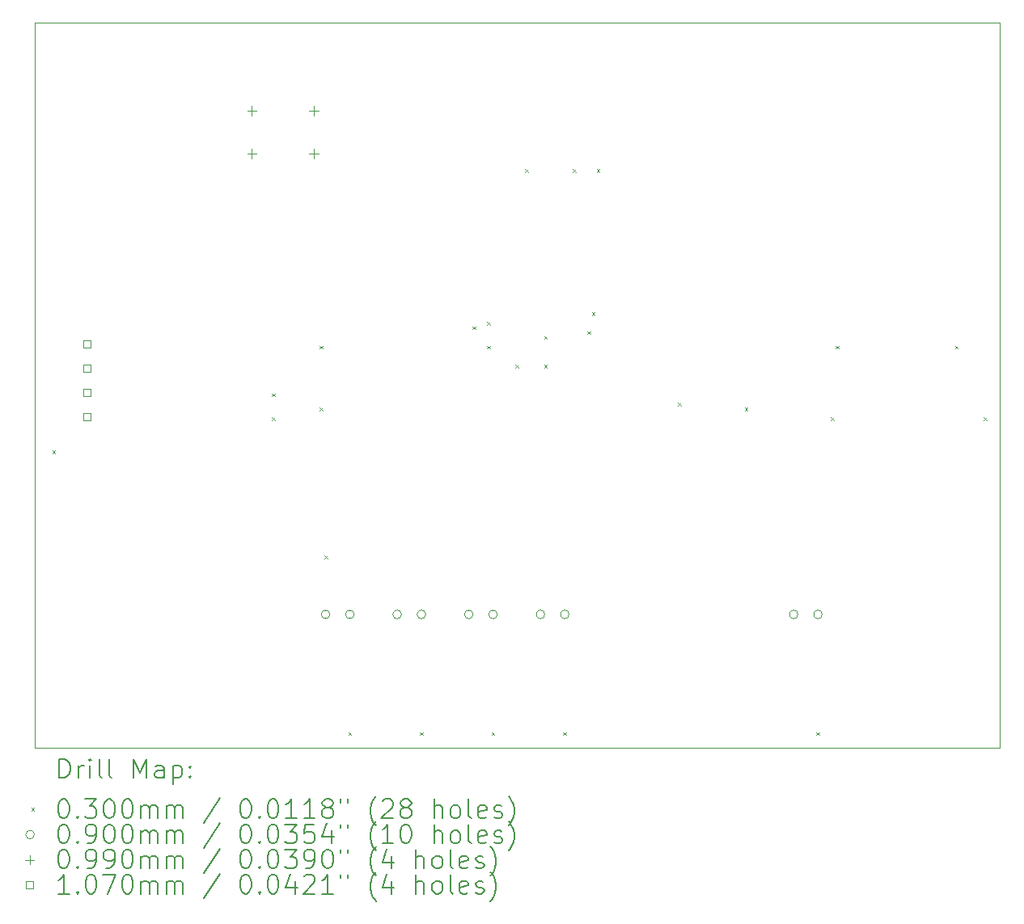
<source format=gbr>
%TF.GenerationSoftware,KiCad,Pcbnew,8.0.1*%
%TF.CreationDate,2024-04-13T21:46:59+05:30*%
%TF.ProjectId,piso,7069736f-2e6b-4696-9361-645f70636258,rev?*%
%TF.SameCoordinates,Original*%
%TF.FileFunction,Drillmap*%
%TF.FilePolarity,Positive*%
%FSLAX45Y45*%
G04 Gerber Fmt 4.5, Leading zero omitted, Abs format (unit mm)*
G04 Created by KiCad (PCBNEW 8.0.1) date 2024-04-13 21:46:59*
%MOMM*%
%LPD*%
G01*
G04 APERTURE LIST*
%ADD10C,0.050000*%
%ADD11C,0.200000*%
%ADD12C,0.100000*%
%ADD13C,0.107000*%
G04 APERTURE END LIST*
D10*
X9250000Y-8850000D02*
X19350000Y-8850000D01*
X19350000Y-16450000D01*
X9250000Y-16450000D01*
X9250000Y-8850000D01*
D11*
D12*
X9435000Y-13335000D02*
X9465000Y-13365000D01*
X9465000Y-13335000D02*
X9435000Y-13365000D01*
X11735000Y-12735000D02*
X11765000Y-12765000D01*
X11765000Y-12735000D02*
X11735000Y-12765000D01*
X11735000Y-12985000D02*
X11765000Y-13015000D01*
X11765000Y-12985000D02*
X11735000Y-13015000D01*
X12235000Y-12235000D02*
X12265000Y-12265000D01*
X12265000Y-12235000D02*
X12235000Y-12265000D01*
X12235000Y-12885000D02*
X12265000Y-12915000D01*
X12265000Y-12885000D02*
X12235000Y-12915000D01*
X12285000Y-14435000D02*
X12315000Y-14465000D01*
X12315000Y-14435000D02*
X12285000Y-14465000D01*
X12535000Y-16285000D02*
X12565000Y-16315000D01*
X12565000Y-16285000D02*
X12535000Y-16315000D01*
X13285000Y-16285000D02*
X13315000Y-16315000D01*
X13315000Y-16285000D02*
X13285000Y-16315000D01*
X13835000Y-12035000D02*
X13865000Y-12065000D01*
X13865000Y-12035000D02*
X13835000Y-12065000D01*
X13985000Y-11985000D02*
X14015000Y-12015000D01*
X14015000Y-11985000D02*
X13985000Y-12015000D01*
X13985000Y-12235000D02*
X14015000Y-12265000D01*
X14015000Y-12235000D02*
X13985000Y-12265000D01*
X14035000Y-16285000D02*
X14065000Y-16315000D01*
X14065000Y-16285000D02*
X14035000Y-16315000D01*
X14285000Y-12435000D02*
X14315000Y-12465000D01*
X14315000Y-12435000D02*
X14285000Y-12465000D01*
X14385000Y-10385000D02*
X14415000Y-10415000D01*
X14415000Y-10385000D02*
X14385000Y-10415000D01*
X14585000Y-12135000D02*
X14615000Y-12165000D01*
X14615000Y-12135000D02*
X14585000Y-12165000D01*
X14585000Y-12435000D02*
X14615000Y-12465000D01*
X14615000Y-12435000D02*
X14585000Y-12465000D01*
X14785000Y-16285000D02*
X14815000Y-16315000D01*
X14815000Y-16285000D02*
X14785000Y-16315000D01*
X14885000Y-10385000D02*
X14915000Y-10415000D01*
X14915000Y-10385000D02*
X14885000Y-10415000D01*
X15035000Y-12085000D02*
X15065000Y-12115000D01*
X15065000Y-12085000D02*
X15035000Y-12115000D01*
X15085000Y-11885000D02*
X15115000Y-11915000D01*
X15115000Y-11885000D02*
X15085000Y-11915000D01*
X15135000Y-10385000D02*
X15165000Y-10415000D01*
X15165000Y-10385000D02*
X15135000Y-10415000D01*
X15985000Y-12835000D02*
X16015000Y-12865000D01*
X16015000Y-12835000D02*
X15985000Y-12865000D01*
X16685000Y-12885000D02*
X16715000Y-12915000D01*
X16715000Y-12885000D02*
X16685000Y-12915000D01*
X17435000Y-16285000D02*
X17465000Y-16315000D01*
X17465000Y-16285000D02*
X17435000Y-16315000D01*
X17585000Y-12985000D02*
X17615000Y-13015000D01*
X17615000Y-12985000D02*
X17585000Y-13015000D01*
X17635000Y-12235000D02*
X17665000Y-12265000D01*
X17665000Y-12235000D02*
X17635000Y-12265000D01*
X18885000Y-12235000D02*
X18915000Y-12265000D01*
X18915000Y-12235000D02*
X18885000Y-12265000D01*
X19185000Y-12985000D02*
X19215000Y-13015000D01*
X19215000Y-12985000D02*
X19185000Y-13015000D01*
X12341000Y-15050000D02*
G75*
G02*
X12251000Y-15050000I-45000J0D01*
G01*
X12251000Y-15050000D02*
G75*
G02*
X12341000Y-15050000I45000J0D01*
G01*
X12595000Y-15050000D02*
G75*
G02*
X12505000Y-15050000I-45000J0D01*
G01*
X12505000Y-15050000D02*
G75*
G02*
X12595000Y-15050000I45000J0D01*
G01*
X13091000Y-15050000D02*
G75*
G02*
X13001000Y-15050000I-45000J0D01*
G01*
X13001000Y-15050000D02*
G75*
G02*
X13091000Y-15050000I45000J0D01*
G01*
X13345000Y-15050000D02*
G75*
G02*
X13255000Y-15050000I-45000J0D01*
G01*
X13255000Y-15050000D02*
G75*
G02*
X13345000Y-15050000I45000J0D01*
G01*
X13841000Y-15050000D02*
G75*
G02*
X13751000Y-15050000I-45000J0D01*
G01*
X13751000Y-15050000D02*
G75*
G02*
X13841000Y-15050000I45000J0D01*
G01*
X14095000Y-15050000D02*
G75*
G02*
X14005000Y-15050000I-45000J0D01*
G01*
X14005000Y-15050000D02*
G75*
G02*
X14095000Y-15050000I45000J0D01*
G01*
X14591000Y-15050000D02*
G75*
G02*
X14501000Y-15050000I-45000J0D01*
G01*
X14501000Y-15050000D02*
G75*
G02*
X14591000Y-15050000I45000J0D01*
G01*
X14845000Y-15050000D02*
G75*
G02*
X14755000Y-15050000I-45000J0D01*
G01*
X14755000Y-15050000D02*
G75*
G02*
X14845000Y-15050000I45000J0D01*
G01*
X17241000Y-15050000D02*
G75*
G02*
X17151000Y-15050000I-45000J0D01*
G01*
X17151000Y-15050000D02*
G75*
G02*
X17241000Y-15050000I45000J0D01*
G01*
X17495000Y-15050000D02*
G75*
G02*
X17405000Y-15050000I-45000J0D01*
G01*
X17405000Y-15050000D02*
G75*
G02*
X17495000Y-15050000I45000J0D01*
G01*
X11525000Y-9725500D02*
X11525000Y-9824500D01*
X11475500Y-9775000D02*
X11574500Y-9775000D01*
X11525000Y-10175500D02*
X11525000Y-10274500D01*
X11475500Y-10225000D02*
X11574500Y-10225000D01*
X12175000Y-9725500D02*
X12175000Y-9824500D01*
X12125500Y-9775000D02*
X12224500Y-9775000D01*
X12175000Y-10175500D02*
X12175000Y-10274500D01*
X12125500Y-10225000D02*
X12224500Y-10225000D01*
D13*
X9837831Y-12256831D02*
X9837831Y-12181169D01*
X9762169Y-12181169D01*
X9762169Y-12256831D01*
X9837831Y-12256831D01*
X9837831Y-12510831D02*
X9837831Y-12435169D01*
X9762169Y-12435169D01*
X9762169Y-12510831D01*
X9837831Y-12510831D01*
X9837831Y-12764831D02*
X9837831Y-12689169D01*
X9762169Y-12689169D01*
X9762169Y-12764831D01*
X9837831Y-12764831D01*
X9837831Y-13018831D02*
X9837831Y-12943169D01*
X9762169Y-12943169D01*
X9762169Y-13018831D01*
X9837831Y-13018831D01*
D11*
X9508277Y-16763984D02*
X9508277Y-16563984D01*
X9508277Y-16563984D02*
X9555896Y-16563984D01*
X9555896Y-16563984D02*
X9584467Y-16573508D01*
X9584467Y-16573508D02*
X9603515Y-16592555D01*
X9603515Y-16592555D02*
X9613039Y-16611603D01*
X9613039Y-16611603D02*
X9622563Y-16649698D01*
X9622563Y-16649698D02*
X9622563Y-16678269D01*
X9622563Y-16678269D02*
X9613039Y-16716365D01*
X9613039Y-16716365D02*
X9603515Y-16735412D01*
X9603515Y-16735412D02*
X9584467Y-16754460D01*
X9584467Y-16754460D02*
X9555896Y-16763984D01*
X9555896Y-16763984D02*
X9508277Y-16763984D01*
X9708277Y-16763984D02*
X9708277Y-16630650D01*
X9708277Y-16668746D02*
X9717801Y-16649698D01*
X9717801Y-16649698D02*
X9727324Y-16640174D01*
X9727324Y-16640174D02*
X9746372Y-16630650D01*
X9746372Y-16630650D02*
X9765420Y-16630650D01*
X9832086Y-16763984D02*
X9832086Y-16630650D01*
X9832086Y-16563984D02*
X9822563Y-16573508D01*
X9822563Y-16573508D02*
X9832086Y-16583031D01*
X9832086Y-16583031D02*
X9841610Y-16573508D01*
X9841610Y-16573508D02*
X9832086Y-16563984D01*
X9832086Y-16563984D02*
X9832086Y-16583031D01*
X9955896Y-16763984D02*
X9936848Y-16754460D01*
X9936848Y-16754460D02*
X9927324Y-16735412D01*
X9927324Y-16735412D02*
X9927324Y-16563984D01*
X10060658Y-16763984D02*
X10041610Y-16754460D01*
X10041610Y-16754460D02*
X10032086Y-16735412D01*
X10032086Y-16735412D02*
X10032086Y-16563984D01*
X10289229Y-16763984D02*
X10289229Y-16563984D01*
X10289229Y-16563984D02*
X10355896Y-16706841D01*
X10355896Y-16706841D02*
X10422563Y-16563984D01*
X10422563Y-16563984D02*
X10422563Y-16763984D01*
X10603515Y-16763984D02*
X10603515Y-16659222D01*
X10603515Y-16659222D02*
X10593991Y-16640174D01*
X10593991Y-16640174D02*
X10574944Y-16630650D01*
X10574944Y-16630650D02*
X10536848Y-16630650D01*
X10536848Y-16630650D02*
X10517801Y-16640174D01*
X10603515Y-16754460D02*
X10584467Y-16763984D01*
X10584467Y-16763984D02*
X10536848Y-16763984D01*
X10536848Y-16763984D02*
X10517801Y-16754460D01*
X10517801Y-16754460D02*
X10508277Y-16735412D01*
X10508277Y-16735412D02*
X10508277Y-16716365D01*
X10508277Y-16716365D02*
X10517801Y-16697317D01*
X10517801Y-16697317D02*
X10536848Y-16687793D01*
X10536848Y-16687793D02*
X10584467Y-16687793D01*
X10584467Y-16687793D02*
X10603515Y-16678269D01*
X10698753Y-16630650D02*
X10698753Y-16830650D01*
X10698753Y-16640174D02*
X10717801Y-16630650D01*
X10717801Y-16630650D02*
X10755896Y-16630650D01*
X10755896Y-16630650D02*
X10774944Y-16640174D01*
X10774944Y-16640174D02*
X10784467Y-16649698D01*
X10784467Y-16649698D02*
X10793991Y-16668746D01*
X10793991Y-16668746D02*
X10793991Y-16725888D01*
X10793991Y-16725888D02*
X10784467Y-16744936D01*
X10784467Y-16744936D02*
X10774944Y-16754460D01*
X10774944Y-16754460D02*
X10755896Y-16763984D01*
X10755896Y-16763984D02*
X10717801Y-16763984D01*
X10717801Y-16763984D02*
X10698753Y-16754460D01*
X10879705Y-16744936D02*
X10889229Y-16754460D01*
X10889229Y-16754460D02*
X10879705Y-16763984D01*
X10879705Y-16763984D02*
X10870182Y-16754460D01*
X10870182Y-16754460D02*
X10879705Y-16744936D01*
X10879705Y-16744936D02*
X10879705Y-16763984D01*
X10879705Y-16640174D02*
X10889229Y-16649698D01*
X10889229Y-16649698D02*
X10879705Y-16659222D01*
X10879705Y-16659222D02*
X10870182Y-16649698D01*
X10870182Y-16649698D02*
X10879705Y-16640174D01*
X10879705Y-16640174D02*
X10879705Y-16659222D01*
D12*
X9217500Y-17077500D02*
X9247500Y-17107500D01*
X9247500Y-17077500D02*
X9217500Y-17107500D01*
D11*
X9546372Y-16983984D02*
X9565420Y-16983984D01*
X9565420Y-16983984D02*
X9584467Y-16993508D01*
X9584467Y-16993508D02*
X9593991Y-17003031D01*
X9593991Y-17003031D02*
X9603515Y-17022079D01*
X9603515Y-17022079D02*
X9613039Y-17060174D01*
X9613039Y-17060174D02*
X9613039Y-17107793D01*
X9613039Y-17107793D02*
X9603515Y-17145889D01*
X9603515Y-17145889D02*
X9593991Y-17164936D01*
X9593991Y-17164936D02*
X9584467Y-17174460D01*
X9584467Y-17174460D02*
X9565420Y-17183984D01*
X9565420Y-17183984D02*
X9546372Y-17183984D01*
X9546372Y-17183984D02*
X9527324Y-17174460D01*
X9527324Y-17174460D02*
X9517801Y-17164936D01*
X9517801Y-17164936D02*
X9508277Y-17145889D01*
X9508277Y-17145889D02*
X9498753Y-17107793D01*
X9498753Y-17107793D02*
X9498753Y-17060174D01*
X9498753Y-17060174D02*
X9508277Y-17022079D01*
X9508277Y-17022079D02*
X9517801Y-17003031D01*
X9517801Y-17003031D02*
X9527324Y-16993508D01*
X9527324Y-16993508D02*
X9546372Y-16983984D01*
X9698753Y-17164936D02*
X9708277Y-17174460D01*
X9708277Y-17174460D02*
X9698753Y-17183984D01*
X9698753Y-17183984D02*
X9689229Y-17174460D01*
X9689229Y-17174460D02*
X9698753Y-17164936D01*
X9698753Y-17164936D02*
X9698753Y-17183984D01*
X9774944Y-16983984D02*
X9898753Y-16983984D01*
X9898753Y-16983984D02*
X9832086Y-17060174D01*
X9832086Y-17060174D02*
X9860658Y-17060174D01*
X9860658Y-17060174D02*
X9879705Y-17069698D01*
X9879705Y-17069698D02*
X9889229Y-17079222D01*
X9889229Y-17079222D02*
X9898753Y-17098270D01*
X9898753Y-17098270D02*
X9898753Y-17145889D01*
X9898753Y-17145889D02*
X9889229Y-17164936D01*
X9889229Y-17164936D02*
X9879705Y-17174460D01*
X9879705Y-17174460D02*
X9860658Y-17183984D01*
X9860658Y-17183984D02*
X9803515Y-17183984D01*
X9803515Y-17183984D02*
X9784467Y-17174460D01*
X9784467Y-17174460D02*
X9774944Y-17164936D01*
X10022563Y-16983984D02*
X10041610Y-16983984D01*
X10041610Y-16983984D02*
X10060658Y-16993508D01*
X10060658Y-16993508D02*
X10070182Y-17003031D01*
X10070182Y-17003031D02*
X10079705Y-17022079D01*
X10079705Y-17022079D02*
X10089229Y-17060174D01*
X10089229Y-17060174D02*
X10089229Y-17107793D01*
X10089229Y-17107793D02*
X10079705Y-17145889D01*
X10079705Y-17145889D02*
X10070182Y-17164936D01*
X10070182Y-17164936D02*
X10060658Y-17174460D01*
X10060658Y-17174460D02*
X10041610Y-17183984D01*
X10041610Y-17183984D02*
X10022563Y-17183984D01*
X10022563Y-17183984D02*
X10003515Y-17174460D01*
X10003515Y-17174460D02*
X9993991Y-17164936D01*
X9993991Y-17164936D02*
X9984467Y-17145889D01*
X9984467Y-17145889D02*
X9974944Y-17107793D01*
X9974944Y-17107793D02*
X9974944Y-17060174D01*
X9974944Y-17060174D02*
X9984467Y-17022079D01*
X9984467Y-17022079D02*
X9993991Y-17003031D01*
X9993991Y-17003031D02*
X10003515Y-16993508D01*
X10003515Y-16993508D02*
X10022563Y-16983984D01*
X10213039Y-16983984D02*
X10232086Y-16983984D01*
X10232086Y-16983984D02*
X10251134Y-16993508D01*
X10251134Y-16993508D02*
X10260658Y-17003031D01*
X10260658Y-17003031D02*
X10270182Y-17022079D01*
X10270182Y-17022079D02*
X10279705Y-17060174D01*
X10279705Y-17060174D02*
X10279705Y-17107793D01*
X10279705Y-17107793D02*
X10270182Y-17145889D01*
X10270182Y-17145889D02*
X10260658Y-17164936D01*
X10260658Y-17164936D02*
X10251134Y-17174460D01*
X10251134Y-17174460D02*
X10232086Y-17183984D01*
X10232086Y-17183984D02*
X10213039Y-17183984D01*
X10213039Y-17183984D02*
X10193991Y-17174460D01*
X10193991Y-17174460D02*
X10184467Y-17164936D01*
X10184467Y-17164936D02*
X10174944Y-17145889D01*
X10174944Y-17145889D02*
X10165420Y-17107793D01*
X10165420Y-17107793D02*
X10165420Y-17060174D01*
X10165420Y-17060174D02*
X10174944Y-17022079D01*
X10174944Y-17022079D02*
X10184467Y-17003031D01*
X10184467Y-17003031D02*
X10193991Y-16993508D01*
X10193991Y-16993508D02*
X10213039Y-16983984D01*
X10365420Y-17183984D02*
X10365420Y-17050650D01*
X10365420Y-17069698D02*
X10374944Y-17060174D01*
X10374944Y-17060174D02*
X10393991Y-17050650D01*
X10393991Y-17050650D02*
X10422563Y-17050650D01*
X10422563Y-17050650D02*
X10441610Y-17060174D01*
X10441610Y-17060174D02*
X10451134Y-17079222D01*
X10451134Y-17079222D02*
X10451134Y-17183984D01*
X10451134Y-17079222D02*
X10460658Y-17060174D01*
X10460658Y-17060174D02*
X10479705Y-17050650D01*
X10479705Y-17050650D02*
X10508277Y-17050650D01*
X10508277Y-17050650D02*
X10527325Y-17060174D01*
X10527325Y-17060174D02*
X10536848Y-17079222D01*
X10536848Y-17079222D02*
X10536848Y-17183984D01*
X10632086Y-17183984D02*
X10632086Y-17050650D01*
X10632086Y-17069698D02*
X10641610Y-17060174D01*
X10641610Y-17060174D02*
X10660658Y-17050650D01*
X10660658Y-17050650D02*
X10689229Y-17050650D01*
X10689229Y-17050650D02*
X10708277Y-17060174D01*
X10708277Y-17060174D02*
X10717801Y-17079222D01*
X10717801Y-17079222D02*
X10717801Y-17183984D01*
X10717801Y-17079222D02*
X10727325Y-17060174D01*
X10727325Y-17060174D02*
X10746372Y-17050650D01*
X10746372Y-17050650D02*
X10774944Y-17050650D01*
X10774944Y-17050650D02*
X10793991Y-17060174D01*
X10793991Y-17060174D02*
X10803515Y-17079222D01*
X10803515Y-17079222D02*
X10803515Y-17183984D01*
X11193991Y-16974460D02*
X11022563Y-17231603D01*
X11451134Y-16983984D02*
X11470182Y-16983984D01*
X11470182Y-16983984D02*
X11489229Y-16993508D01*
X11489229Y-16993508D02*
X11498753Y-17003031D01*
X11498753Y-17003031D02*
X11508277Y-17022079D01*
X11508277Y-17022079D02*
X11517801Y-17060174D01*
X11517801Y-17060174D02*
X11517801Y-17107793D01*
X11517801Y-17107793D02*
X11508277Y-17145889D01*
X11508277Y-17145889D02*
X11498753Y-17164936D01*
X11498753Y-17164936D02*
X11489229Y-17174460D01*
X11489229Y-17174460D02*
X11470182Y-17183984D01*
X11470182Y-17183984D02*
X11451134Y-17183984D01*
X11451134Y-17183984D02*
X11432086Y-17174460D01*
X11432086Y-17174460D02*
X11422563Y-17164936D01*
X11422563Y-17164936D02*
X11413039Y-17145889D01*
X11413039Y-17145889D02*
X11403515Y-17107793D01*
X11403515Y-17107793D02*
X11403515Y-17060174D01*
X11403515Y-17060174D02*
X11413039Y-17022079D01*
X11413039Y-17022079D02*
X11422563Y-17003031D01*
X11422563Y-17003031D02*
X11432086Y-16993508D01*
X11432086Y-16993508D02*
X11451134Y-16983984D01*
X11603515Y-17164936D02*
X11613039Y-17174460D01*
X11613039Y-17174460D02*
X11603515Y-17183984D01*
X11603515Y-17183984D02*
X11593991Y-17174460D01*
X11593991Y-17174460D02*
X11603515Y-17164936D01*
X11603515Y-17164936D02*
X11603515Y-17183984D01*
X11736848Y-16983984D02*
X11755896Y-16983984D01*
X11755896Y-16983984D02*
X11774944Y-16993508D01*
X11774944Y-16993508D02*
X11784467Y-17003031D01*
X11784467Y-17003031D02*
X11793991Y-17022079D01*
X11793991Y-17022079D02*
X11803515Y-17060174D01*
X11803515Y-17060174D02*
X11803515Y-17107793D01*
X11803515Y-17107793D02*
X11793991Y-17145889D01*
X11793991Y-17145889D02*
X11784467Y-17164936D01*
X11784467Y-17164936D02*
X11774944Y-17174460D01*
X11774944Y-17174460D02*
X11755896Y-17183984D01*
X11755896Y-17183984D02*
X11736848Y-17183984D01*
X11736848Y-17183984D02*
X11717801Y-17174460D01*
X11717801Y-17174460D02*
X11708277Y-17164936D01*
X11708277Y-17164936D02*
X11698753Y-17145889D01*
X11698753Y-17145889D02*
X11689229Y-17107793D01*
X11689229Y-17107793D02*
X11689229Y-17060174D01*
X11689229Y-17060174D02*
X11698753Y-17022079D01*
X11698753Y-17022079D02*
X11708277Y-17003031D01*
X11708277Y-17003031D02*
X11717801Y-16993508D01*
X11717801Y-16993508D02*
X11736848Y-16983984D01*
X11993991Y-17183984D02*
X11879706Y-17183984D01*
X11936848Y-17183984D02*
X11936848Y-16983984D01*
X11936848Y-16983984D02*
X11917801Y-17012555D01*
X11917801Y-17012555D02*
X11898753Y-17031603D01*
X11898753Y-17031603D02*
X11879706Y-17041127D01*
X12184467Y-17183984D02*
X12070182Y-17183984D01*
X12127325Y-17183984D02*
X12127325Y-16983984D01*
X12127325Y-16983984D02*
X12108277Y-17012555D01*
X12108277Y-17012555D02*
X12089229Y-17031603D01*
X12089229Y-17031603D02*
X12070182Y-17041127D01*
X12298753Y-17069698D02*
X12279706Y-17060174D01*
X12279706Y-17060174D02*
X12270182Y-17050650D01*
X12270182Y-17050650D02*
X12260658Y-17031603D01*
X12260658Y-17031603D02*
X12260658Y-17022079D01*
X12260658Y-17022079D02*
X12270182Y-17003031D01*
X12270182Y-17003031D02*
X12279706Y-16993508D01*
X12279706Y-16993508D02*
X12298753Y-16983984D01*
X12298753Y-16983984D02*
X12336848Y-16983984D01*
X12336848Y-16983984D02*
X12355896Y-16993508D01*
X12355896Y-16993508D02*
X12365420Y-17003031D01*
X12365420Y-17003031D02*
X12374944Y-17022079D01*
X12374944Y-17022079D02*
X12374944Y-17031603D01*
X12374944Y-17031603D02*
X12365420Y-17050650D01*
X12365420Y-17050650D02*
X12355896Y-17060174D01*
X12355896Y-17060174D02*
X12336848Y-17069698D01*
X12336848Y-17069698D02*
X12298753Y-17069698D01*
X12298753Y-17069698D02*
X12279706Y-17079222D01*
X12279706Y-17079222D02*
X12270182Y-17088746D01*
X12270182Y-17088746D02*
X12260658Y-17107793D01*
X12260658Y-17107793D02*
X12260658Y-17145889D01*
X12260658Y-17145889D02*
X12270182Y-17164936D01*
X12270182Y-17164936D02*
X12279706Y-17174460D01*
X12279706Y-17174460D02*
X12298753Y-17183984D01*
X12298753Y-17183984D02*
X12336848Y-17183984D01*
X12336848Y-17183984D02*
X12355896Y-17174460D01*
X12355896Y-17174460D02*
X12365420Y-17164936D01*
X12365420Y-17164936D02*
X12374944Y-17145889D01*
X12374944Y-17145889D02*
X12374944Y-17107793D01*
X12374944Y-17107793D02*
X12365420Y-17088746D01*
X12365420Y-17088746D02*
X12355896Y-17079222D01*
X12355896Y-17079222D02*
X12336848Y-17069698D01*
X12451134Y-16983984D02*
X12451134Y-17022079D01*
X12527325Y-16983984D02*
X12527325Y-17022079D01*
X12822563Y-17260174D02*
X12813039Y-17250650D01*
X12813039Y-17250650D02*
X12793991Y-17222079D01*
X12793991Y-17222079D02*
X12784468Y-17203031D01*
X12784468Y-17203031D02*
X12774944Y-17174460D01*
X12774944Y-17174460D02*
X12765420Y-17126841D01*
X12765420Y-17126841D02*
X12765420Y-17088746D01*
X12765420Y-17088746D02*
X12774944Y-17041127D01*
X12774944Y-17041127D02*
X12784468Y-17012555D01*
X12784468Y-17012555D02*
X12793991Y-16993508D01*
X12793991Y-16993508D02*
X12813039Y-16964936D01*
X12813039Y-16964936D02*
X12822563Y-16955412D01*
X12889229Y-17003031D02*
X12898753Y-16993508D01*
X12898753Y-16993508D02*
X12917801Y-16983984D01*
X12917801Y-16983984D02*
X12965420Y-16983984D01*
X12965420Y-16983984D02*
X12984468Y-16993508D01*
X12984468Y-16993508D02*
X12993991Y-17003031D01*
X12993991Y-17003031D02*
X13003515Y-17022079D01*
X13003515Y-17022079D02*
X13003515Y-17041127D01*
X13003515Y-17041127D02*
X12993991Y-17069698D01*
X12993991Y-17069698D02*
X12879706Y-17183984D01*
X12879706Y-17183984D02*
X13003515Y-17183984D01*
X13117801Y-17069698D02*
X13098753Y-17060174D01*
X13098753Y-17060174D02*
X13089229Y-17050650D01*
X13089229Y-17050650D02*
X13079706Y-17031603D01*
X13079706Y-17031603D02*
X13079706Y-17022079D01*
X13079706Y-17022079D02*
X13089229Y-17003031D01*
X13089229Y-17003031D02*
X13098753Y-16993508D01*
X13098753Y-16993508D02*
X13117801Y-16983984D01*
X13117801Y-16983984D02*
X13155896Y-16983984D01*
X13155896Y-16983984D02*
X13174944Y-16993508D01*
X13174944Y-16993508D02*
X13184468Y-17003031D01*
X13184468Y-17003031D02*
X13193991Y-17022079D01*
X13193991Y-17022079D02*
X13193991Y-17031603D01*
X13193991Y-17031603D02*
X13184468Y-17050650D01*
X13184468Y-17050650D02*
X13174944Y-17060174D01*
X13174944Y-17060174D02*
X13155896Y-17069698D01*
X13155896Y-17069698D02*
X13117801Y-17069698D01*
X13117801Y-17069698D02*
X13098753Y-17079222D01*
X13098753Y-17079222D02*
X13089229Y-17088746D01*
X13089229Y-17088746D02*
X13079706Y-17107793D01*
X13079706Y-17107793D02*
X13079706Y-17145889D01*
X13079706Y-17145889D02*
X13089229Y-17164936D01*
X13089229Y-17164936D02*
X13098753Y-17174460D01*
X13098753Y-17174460D02*
X13117801Y-17183984D01*
X13117801Y-17183984D02*
X13155896Y-17183984D01*
X13155896Y-17183984D02*
X13174944Y-17174460D01*
X13174944Y-17174460D02*
X13184468Y-17164936D01*
X13184468Y-17164936D02*
X13193991Y-17145889D01*
X13193991Y-17145889D02*
X13193991Y-17107793D01*
X13193991Y-17107793D02*
X13184468Y-17088746D01*
X13184468Y-17088746D02*
X13174944Y-17079222D01*
X13174944Y-17079222D02*
X13155896Y-17069698D01*
X13432087Y-17183984D02*
X13432087Y-16983984D01*
X13517801Y-17183984D02*
X13517801Y-17079222D01*
X13517801Y-17079222D02*
X13508277Y-17060174D01*
X13508277Y-17060174D02*
X13489230Y-17050650D01*
X13489230Y-17050650D02*
X13460658Y-17050650D01*
X13460658Y-17050650D02*
X13441610Y-17060174D01*
X13441610Y-17060174D02*
X13432087Y-17069698D01*
X13641610Y-17183984D02*
X13622563Y-17174460D01*
X13622563Y-17174460D02*
X13613039Y-17164936D01*
X13613039Y-17164936D02*
X13603515Y-17145889D01*
X13603515Y-17145889D02*
X13603515Y-17088746D01*
X13603515Y-17088746D02*
X13613039Y-17069698D01*
X13613039Y-17069698D02*
X13622563Y-17060174D01*
X13622563Y-17060174D02*
X13641610Y-17050650D01*
X13641610Y-17050650D02*
X13670182Y-17050650D01*
X13670182Y-17050650D02*
X13689230Y-17060174D01*
X13689230Y-17060174D02*
X13698753Y-17069698D01*
X13698753Y-17069698D02*
X13708277Y-17088746D01*
X13708277Y-17088746D02*
X13708277Y-17145889D01*
X13708277Y-17145889D02*
X13698753Y-17164936D01*
X13698753Y-17164936D02*
X13689230Y-17174460D01*
X13689230Y-17174460D02*
X13670182Y-17183984D01*
X13670182Y-17183984D02*
X13641610Y-17183984D01*
X13822563Y-17183984D02*
X13803515Y-17174460D01*
X13803515Y-17174460D02*
X13793991Y-17155412D01*
X13793991Y-17155412D02*
X13793991Y-16983984D01*
X13974944Y-17174460D02*
X13955896Y-17183984D01*
X13955896Y-17183984D02*
X13917801Y-17183984D01*
X13917801Y-17183984D02*
X13898753Y-17174460D01*
X13898753Y-17174460D02*
X13889230Y-17155412D01*
X13889230Y-17155412D02*
X13889230Y-17079222D01*
X13889230Y-17079222D02*
X13898753Y-17060174D01*
X13898753Y-17060174D02*
X13917801Y-17050650D01*
X13917801Y-17050650D02*
X13955896Y-17050650D01*
X13955896Y-17050650D02*
X13974944Y-17060174D01*
X13974944Y-17060174D02*
X13984468Y-17079222D01*
X13984468Y-17079222D02*
X13984468Y-17098270D01*
X13984468Y-17098270D02*
X13889230Y-17117317D01*
X14060658Y-17174460D02*
X14079706Y-17183984D01*
X14079706Y-17183984D02*
X14117801Y-17183984D01*
X14117801Y-17183984D02*
X14136849Y-17174460D01*
X14136849Y-17174460D02*
X14146372Y-17155412D01*
X14146372Y-17155412D02*
X14146372Y-17145889D01*
X14146372Y-17145889D02*
X14136849Y-17126841D01*
X14136849Y-17126841D02*
X14117801Y-17117317D01*
X14117801Y-17117317D02*
X14089230Y-17117317D01*
X14089230Y-17117317D02*
X14070182Y-17107793D01*
X14070182Y-17107793D02*
X14060658Y-17088746D01*
X14060658Y-17088746D02*
X14060658Y-17079222D01*
X14060658Y-17079222D02*
X14070182Y-17060174D01*
X14070182Y-17060174D02*
X14089230Y-17050650D01*
X14089230Y-17050650D02*
X14117801Y-17050650D01*
X14117801Y-17050650D02*
X14136849Y-17060174D01*
X14213039Y-17260174D02*
X14222563Y-17250650D01*
X14222563Y-17250650D02*
X14241611Y-17222079D01*
X14241611Y-17222079D02*
X14251134Y-17203031D01*
X14251134Y-17203031D02*
X14260658Y-17174460D01*
X14260658Y-17174460D02*
X14270182Y-17126841D01*
X14270182Y-17126841D02*
X14270182Y-17088746D01*
X14270182Y-17088746D02*
X14260658Y-17041127D01*
X14260658Y-17041127D02*
X14251134Y-17012555D01*
X14251134Y-17012555D02*
X14241611Y-16993508D01*
X14241611Y-16993508D02*
X14222563Y-16964936D01*
X14222563Y-16964936D02*
X14213039Y-16955412D01*
D12*
X9247500Y-17356500D02*
G75*
G02*
X9157500Y-17356500I-45000J0D01*
G01*
X9157500Y-17356500D02*
G75*
G02*
X9247500Y-17356500I45000J0D01*
G01*
D11*
X9546372Y-17247984D02*
X9565420Y-17247984D01*
X9565420Y-17247984D02*
X9584467Y-17257508D01*
X9584467Y-17257508D02*
X9593991Y-17267031D01*
X9593991Y-17267031D02*
X9603515Y-17286079D01*
X9603515Y-17286079D02*
X9613039Y-17324174D01*
X9613039Y-17324174D02*
X9613039Y-17371793D01*
X9613039Y-17371793D02*
X9603515Y-17409889D01*
X9603515Y-17409889D02*
X9593991Y-17428936D01*
X9593991Y-17428936D02*
X9584467Y-17438460D01*
X9584467Y-17438460D02*
X9565420Y-17447984D01*
X9565420Y-17447984D02*
X9546372Y-17447984D01*
X9546372Y-17447984D02*
X9527324Y-17438460D01*
X9527324Y-17438460D02*
X9517801Y-17428936D01*
X9517801Y-17428936D02*
X9508277Y-17409889D01*
X9508277Y-17409889D02*
X9498753Y-17371793D01*
X9498753Y-17371793D02*
X9498753Y-17324174D01*
X9498753Y-17324174D02*
X9508277Y-17286079D01*
X9508277Y-17286079D02*
X9517801Y-17267031D01*
X9517801Y-17267031D02*
X9527324Y-17257508D01*
X9527324Y-17257508D02*
X9546372Y-17247984D01*
X9698753Y-17428936D02*
X9708277Y-17438460D01*
X9708277Y-17438460D02*
X9698753Y-17447984D01*
X9698753Y-17447984D02*
X9689229Y-17438460D01*
X9689229Y-17438460D02*
X9698753Y-17428936D01*
X9698753Y-17428936D02*
X9698753Y-17447984D01*
X9803515Y-17447984D02*
X9841610Y-17447984D01*
X9841610Y-17447984D02*
X9860658Y-17438460D01*
X9860658Y-17438460D02*
X9870182Y-17428936D01*
X9870182Y-17428936D02*
X9889229Y-17400365D01*
X9889229Y-17400365D02*
X9898753Y-17362270D01*
X9898753Y-17362270D02*
X9898753Y-17286079D01*
X9898753Y-17286079D02*
X9889229Y-17267031D01*
X9889229Y-17267031D02*
X9879705Y-17257508D01*
X9879705Y-17257508D02*
X9860658Y-17247984D01*
X9860658Y-17247984D02*
X9822563Y-17247984D01*
X9822563Y-17247984D02*
X9803515Y-17257508D01*
X9803515Y-17257508D02*
X9793991Y-17267031D01*
X9793991Y-17267031D02*
X9784467Y-17286079D01*
X9784467Y-17286079D02*
X9784467Y-17333698D01*
X9784467Y-17333698D02*
X9793991Y-17352746D01*
X9793991Y-17352746D02*
X9803515Y-17362270D01*
X9803515Y-17362270D02*
X9822563Y-17371793D01*
X9822563Y-17371793D02*
X9860658Y-17371793D01*
X9860658Y-17371793D02*
X9879705Y-17362270D01*
X9879705Y-17362270D02*
X9889229Y-17352746D01*
X9889229Y-17352746D02*
X9898753Y-17333698D01*
X10022563Y-17247984D02*
X10041610Y-17247984D01*
X10041610Y-17247984D02*
X10060658Y-17257508D01*
X10060658Y-17257508D02*
X10070182Y-17267031D01*
X10070182Y-17267031D02*
X10079705Y-17286079D01*
X10079705Y-17286079D02*
X10089229Y-17324174D01*
X10089229Y-17324174D02*
X10089229Y-17371793D01*
X10089229Y-17371793D02*
X10079705Y-17409889D01*
X10079705Y-17409889D02*
X10070182Y-17428936D01*
X10070182Y-17428936D02*
X10060658Y-17438460D01*
X10060658Y-17438460D02*
X10041610Y-17447984D01*
X10041610Y-17447984D02*
X10022563Y-17447984D01*
X10022563Y-17447984D02*
X10003515Y-17438460D01*
X10003515Y-17438460D02*
X9993991Y-17428936D01*
X9993991Y-17428936D02*
X9984467Y-17409889D01*
X9984467Y-17409889D02*
X9974944Y-17371793D01*
X9974944Y-17371793D02*
X9974944Y-17324174D01*
X9974944Y-17324174D02*
X9984467Y-17286079D01*
X9984467Y-17286079D02*
X9993991Y-17267031D01*
X9993991Y-17267031D02*
X10003515Y-17257508D01*
X10003515Y-17257508D02*
X10022563Y-17247984D01*
X10213039Y-17247984D02*
X10232086Y-17247984D01*
X10232086Y-17247984D02*
X10251134Y-17257508D01*
X10251134Y-17257508D02*
X10260658Y-17267031D01*
X10260658Y-17267031D02*
X10270182Y-17286079D01*
X10270182Y-17286079D02*
X10279705Y-17324174D01*
X10279705Y-17324174D02*
X10279705Y-17371793D01*
X10279705Y-17371793D02*
X10270182Y-17409889D01*
X10270182Y-17409889D02*
X10260658Y-17428936D01*
X10260658Y-17428936D02*
X10251134Y-17438460D01*
X10251134Y-17438460D02*
X10232086Y-17447984D01*
X10232086Y-17447984D02*
X10213039Y-17447984D01*
X10213039Y-17447984D02*
X10193991Y-17438460D01*
X10193991Y-17438460D02*
X10184467Y-17428936D01*
X10184467Y-17428936D02*
X10174944Y-17409889D01*
X10174944Y-17409889D02*
X10165420Y-17371793D01*
X10165420Y-17371793D02*
X10165420Y-17324174D01*
X10165420Y-17324174D02*
X10174944Y-17286079D01*
X10174944Y-17286079D02*
X10184467Y-17267031D01*
X10184467Y-17267031D02*
X10193991Y-17257508D01*
X10193991Y-17257508D02*
X10213039Y-17247984D01*
X10365420Y-17447984D02*
X10365420Y-17314650D01*
X10365420Y-17333698D02*
X10374944Y-17324174D01*
X10374944Y-17324174D02*
X10393991Y-17314650D01*
X10393991Y-17314650D02*
X10422563Y-17314650D01*
X10422563Y-17314650D02*
X10441610Y-17324174D01*
X10441610Y-17324174D02*
X10451134Y-17343222D01*
X10451134Y-17343222D02*
X10451134Y-17447984D01*
X10451134Y-17343222D02*
X10460658Y-17324174D01*
X10460658Y-17324174D02*
X10479705Y-17314650D01*
X10479705Y-17314650D02*
X10508277Y-17314650D01*
X10508277Y-17314650D02*
X10527325Y-17324174D01*
X10527325Y-17324174D02*
X10536848Y-17343222D01*
X10536848Y-17343222D02*
X10536848Y-17447984D01*
X10632086Y-17447984D02*
X10632086Y-17314650D01*
X10632086Y-17333698D02*
X10641610Y-17324174D01*
X10641610Y-17324174D02*
X10660658Y-17314650D01*
X10660658Y-17314650D02*
X10689229Y-17314650D01*
X10689229Y-17314650D02*
X10708277Y-17324174D01*
X10708277Y-17324174D02*
X10717801Y-17343222D01*
X10717801Y-17343222D02*
X10717801Y-17447984D01*
X10717801Y-17343222D02*
X10727325Y-17324174D01*
X10727325Y-17324174D02*
X10746372Y-17314650D01*
X10746372Y-17314650D02*
X10774944Y-17314650D01*
X10774944Y-17314650D02*
X10793991Y-17324174D01*
X10793991Y-17324174D02*
X10803515Y-17343222D01*
X10803515Y-17343222D02*
X10803515Y-17447984D01*
X11193991Y-17238460D02*
X11022563Y-17495603D01*
X11451134Y-17247984D02*
X11470182Y-17247984D01*
X11470182Y-17247984D02*
X11489229Y-17257508D01*
X11489229Y-17257508D02*
X11498753Y-17267031D01*
X11498753Y-17267031D02*
X11508277Y-17286079D01*
X11508277Y-17286079D02*
X11517801Y-17324174D01*
X11517801Y-17324174D02*
X11517801Y-17371793D01*
X11517801Y-17371793D02*
X11508277Y-17409889D01*
X11508277Y-17409889D02*
X11498753Y-17428936D01*
X11498753Y-17428936D02*
X11489229Y-17438460D01*
X11489229Y-17438460D02*
X11470182Y-17447984D01*
X11470182Y-17447984D02*
X11451134Y-17447984D01*
X11451134Y-17447984D02*
X11432086Y-17438460D01*
X11432086Y-17438460D02*
X11422563Y-17428936D01*
X11422563Y-17428936D02*
X11413039Y-17409889D01*
X11413039Y-17409889D02*
X11403515Y-17371793D01*
X11403515Y-17371793D02*
X11403515Y-17324174D01*
X11403515Y-17324174D02*
X11413039Y-17286079D01*
X11413039Y-17286079D02*
X11422563Y-17267031D01*
X11422563Y-17267031D02*
X11432086Y-17257508D01*
X11432086Y-17257508D02*
X11451134Y-17247984D01*
X11603515Y-17428936D02*
X11613039Y-17438460D01*
X11613039Y-17438460D02*
X11603515Y-17447984D01*
X11603515Y-17447984D02*
X11593991Y-17438460D01*
X11593991Y-17438460D02*
X11603515Y-17428936D01*
X11603515Y-17428936D02*
X11603515Y-17447984D01*
X11736848Y-17247984D02*
X11755896Y-17247984D01*
X11755896Y-17247984D02*
X11774944Y-17257508D01*
X11774944Y-17257508D02*
X11784467Y-17267031D01*
X11784467Y-17267031D02*
X11793991Y-17286079D01*
X11793991Y-17286079D02*
X11803515Y-17324174D01*
X11803515Y-17324174D02*
X11803515Y-17371793D01*
X11803515Y-17371793D02*
X11793991Y-17409889D01*
X11793991Y-17409889D02*
X11784467Y-17428936D01*
X11784467Y-17428936D02*
X11774944Y-17438460D01*
X11774944Y-17438460D02*
X11755896Y-17447984D01*
X11755896Y-17447984D02*
X11736848Y-17447984D01*
X11736848Y-17447984D02*
X11717801Y-17438460D01*
X11717801Y-17438460D02*
X11708277Y-17428936D01*
X11708277Y-17428936D02*
X11698753Y-17409889D01*
X11698753Y-17409889D02*
X11689229Y-17371793D01*
X11689229Y-17371793D02*
X11689229Y-17324174D01*
X11689229Y-17324174D02*
X11698753Y-17286079D01*
X11698753Y-17286079D02*
X11708277Y-17267031D01*
X11708277Y-17267031D02*
X11717801Y-17257508D01*
X11717801Y-17257508D02*
X11736848Y-17247984D01*
X11870182Y-17247984D02*
X11993991Y-17247984D01*
X11993991Y-17247984D02*
X11927325Y-17324174D01*
X11927325Y-17324174D02*
X11955896Y-17324174D01*
X11955896Y-17324174D02*
X11974944Y-17333698D01*
X11974944Y-17333698D02*
X11984467Y-17343222D01*
X11984467Y-17343222D02*
X11993991Y-17362270D01*
X11993991Y-17362270D02*
X11993991Y-17409889D01*
X11993991Y-17409889D02*
X11984467Y-17428936D01*
X11984467Y-17428936D02*
X11974944Y-17438460D01*
X11974944Y-17438460D02*
X11955896Y-17447984D01*
X11955896Y-17447984D02*
X11898753Y-17447984D01*
X11898753Y-17447984D02*
X11879706Y-17438460D01*
X11879706Y-17438460D02*
X11870182Y-17428936D01*
X12174944Y-17247984D02*
X12079706Y-17247984D01*
X12079706Y-17247984D02*
X12070182Y-17343222D01*
X12070182Y-17343222D02*
X12079706Y-17333698D01*
X12079706Y-17333698D02*
X12098753Y-17324174D01*
X12098753Y-17324174D02*
X12146372Y-17324174D01*
X12146372Y-17324174D02*
X12165420Y-17333698D01*
X12165420Y-17333698D02*
X12174944Y-17343222D01*
X12174944Y-17343222D02*
X12184467Y-17362270D01*
X12184467Y-17362270D02*
X12184467Y-17409889D01*
X12184467Y-17409889D02*
X12174944Y-17428936D01*
X12174944Y-17428936D02*
X12165420Y-17438460D01*
X12165420Y-17438460D02*
X12146372Y-17447984D01*
X12146372Y-17447984D02*
X12098753Y-17447984D01*
X12098753Y-17447984D02*
X12079706Y-17438460D01*
X12079706Y-17438460D02*
X12070182Y-17428936D01*
X12355896Y-17314650D02*
X12355896Y-17447984D01*
X12308277Y-17238460D02*
X12260658Y-17381317D01*
X12260658Y-17381317D02*
X12384467Y-17381317D01*
X12451134Y-17247984D02*
X12451134Y-17286079D01*
X12527325Y-17247984D02*
X12527325Y-17286079D01*
X12822563Y-17524174D02*
X12813039Y-17514650D01*
X12813039Y-17514650D02*
X12793991Y-17486079D01*
X12793991Y-17486079D02*
X12784468Y-17467031D01*
X12784468Y-17467031D02*
X12774944Y-17438460D01*
X12774944Y-17438460D02*
X12765420Y-17390841D01*
X12765420Y-17390841D02*
X12765420Y-17352746D01*
X12765420Y-17352746D02*
X12774944Y-17305127D01*
X12774944Y-17305127D02*
X12784468Y-17276555D01*
X12784468Y-17276555D02*
X12793991Y-17257508D01*
X12793991Y-17257508D02*
X12813039Y-17228936D01*
X12813039Y-17228936D02*
X12822563Y-17219412D01*
X13003515Y-17447984D02*
X12889229Y-17447984D01*
X12946372Y-17447984D02*
X12946372Y-17247984D01*
X12946372Y-17247984D02*
X12927325Y-17276555D01*
X12927325Y-17276555D02*
X12908277Y-17295603D01*
X12908277Y-17295603D02*
X12889229Y-17305127D01*
X13127325Y-17247984D02*
X13146372Y-17247984D01*
X13146372Y-17247984D02*
X13165420Y-17257508D01*
X13165420Y-17257508D02*
X13174944Y-17267031D01*
X13174944Y-17267031D02*
X13184468Y-17286079D01*
X13184468Y-17286079D02*
X13193991Y-17324174D01*
X13193991Y-17324174D02*
X13193991Y-17371793D01*
X13193991Y-17371793D02*
X13184468Y-17409889D01*
X13184468Y-17409889D02*
X13174944Y-17428936D01*
X13174944Y-17428936D02*
X13165420Y-17438460D01*
X13165420Y-17438460D02*
X13146372Y-17447984D01*
X13146372Y-17447984D02*
X13127325Y-17447984D01*
X13127325Y-17447984D02*
X13108277Y-17438460D01*
X13108277Y-17438460D02*
X13098753Y-17428936D01*
X13098753Y-17428936D02*
X13089229Y-17409889D01*
X13089229Y-17409889D02*
X13079706Y-17371793D01*
X13079706Y-17371793D02*
X13079706Y-17324174D01*
X13079706Y-17324174D02*
X13089229Y-17286079D01*
X13089229Y-17286079D02*
X13098753Y-17267031D01*
X13098753Y-17267031D02*
X13108277Y-17257508D01*
X13108277Y-17257508D02*
X13127325Y-17247984D01*
X13432087Y-17447984D02*
X13432087Y-17247984D01*
X13517801Y-17447984D02*
X13517801Y-17343222D01*
X13517801Y-17343222D02*
X13508277Y-17324174D01*
X13508277Y-17324174D02*
X13489230Y-17314650D01*
X13489230Y-17314650D02*
X13460658Y-17314650D01*
X13460658Y-17314650D02*
X13441610Y-17324174D01*
X13441610Y-17324174D02*
X13432087Y-17333698D01*
X13641610Y-17447984D02*
X13622563Y-17438460D01*
X13622563Y-17438460D02*
X13613039Y-17428936D01*
X13613039Y-17428936D02*
X13603515Y-17409889D01*
X13603515Y-17409889D02*
X13603515Y-17352746D01*
X13603515Y-17352746D02*
X13613039Y-17333698D01*
X13613039Y-17333698D02*
X13622563Y-17324174D01*
X13622563Y-17324174D02*
X13641610Y-17314650D01*
X13641610Y-17314650D02*
X13670182Y-17314650D01*
X13670182Y-17314650D02*
X13689230Y-17324174D01*
X13689230Y-17324174D02*
X13698753Y-17333698D01*
X13698753Y-17333698D02*
X13708277Y-17352746D01*
X13708277Y-17352746D02*
X13708277Y-17409889D01*
X13708277Y-17409889D02*
X13698753Y-17428936D01*
X13698753Y-17428936D02*
X13689230Y-17438460D01*
X13689230Y-17438460D02*
X13670182Y-17447984D01*
X13670182Y-17447984D02*
X13641610Y-17447984D01*
X13822563Y-17447984D02*
X13803515Y-17438460D01*
X13803515Y-17438460D02*
X13793991Y-17419412D01*
X13793991Y-17419412D02*
X13793991Y-17247984D01*
X13974944Y-17438460D02*
X13955896Y-17447984D01*
X13955896Y-17447984D02*
X13917801Y-17447984D01*
X13917801Y-17447984D02*
X13898753Y-17438460D01*
X13898753Y-17438460D02*
X13889230Y-17419412D01*
X13889230Y-17419412D02*
X13889230Y-17343222D01*
X13889230Y-17343222D02*
X13898753Y-17324174D01*
X13898753Y-17324174D02*
X13917801Y-17314650D01*
X13917801Y-17314650D02*
X13955896Y-17314650D01*
X13955896Y-17314650D02*
X13974944Y-17324174D01*
X13974944Y-17324174D02*
X13984468Y-17343222D01*
X13984468Y-17343222D02*
X13984468Y-17362270D01*
X13984468Y-17362270D02*
X13889230Y-17381317D01*
X14060658Y-17438460D02*
X14079706Y-17447984D01*
X14079706Y-17447984D02*
X14117801Y-17447984D01*
X14117801Y-17447984D02*
X14136849Y-17438460D01*
X14136849Y-17438460D02*
X14146372Y-17419412D01*
X14146372Y-17419412D02*
X14146372Y-17409889D01*
X14146372Y-17409889D02*
X14136849Y-17390841D01*
X14136849Y-17390841D02*
X14117801Y-17381317D01*
X14117801Y-17381317D02*
X14089230Y-17381317D01*
X14089230Y-17381317D02*
X14070182Y-17371793D01*
X14070182Y-17371793D02*
X14060658Y-17352746D01*
X14060658Y-17352746D02*
X14060658Y-17343222D01*
X14060658Y-17343222D02*
X14070182Y-17324174D01*
X14070182Y-17324174D02*
X14089230Y-17314650D01*
X14089230Y-17314650D02*
X14117801Y-17314650D01*
X14117801Y-17314650D02*
X14136849Y-17324174D01*
X14213039Y-17524174D02*
X14222563Y-17514650D01*
X14222563Y-17514650D02*
X14241611Y-17486079D01*
X14241611Y-17486079D02*
X14251134Y-17467031D01*
X14251134Y-17467031D02*
X14260658Y-17438460D01*
X14260658Y-17438460D02*
X14270182Y-17390841D01*
X14270182Y-17390841D02*
X14270182Y-17352746D01*
X14270182Y-17352746D02*
X14260658Y-17305127D01*
X14260658Y-17305127D02*
X14251134Y-17276555D01*
X14251134Y-17276555D02*
X14241611Y-17257508D01*
X14241611Y-17257508D02*
X14222563Y-17228936D01*
X14222563Y-17228936D02*
X14213039Y-17219412D01*
D12*
X9198000Y-17571000D02*
X9198000Y-17670000D01*
X9148500Y-17620500D02*
X9247500Y-17620500D01*
D11*
X9546372Y-17511984D02*
X9565420Y-17511984D01*
X9565420Y-17511984D02*
X9584467Y-17521508D01*
X9584467Y-17521508D02*
X9593991Y-17531031D01*
X9593991Y-17531031D02*
X9603515Y-17550079D01*
X9603515Y-17550079D02*
X9613039Y-17588174D01*
X9613039Y-17588174D02*
X9613039Y-17635793D01*
X9613039Y-17635793D02*
X9603515Y-17673889D01*
X9603515Y-17673889D02*
X9593991Y-17692936D01*
X9593991Y-17692936D02*
X9584467Y-17702460D01*
X9584467Y-17702460D02*
X9565420Y-17711984D01*
X9565420Y-17711984D02*
X9546372Y-17711984D01*
X9546372Y-17711984D02*
X9527324Y-17702460D01*
X9527324Y-17702460D02*
X9517801Y-17692936D01*
X9517801Y-17692936D02*
X9508277Y-17673889D01*
X9508277Y-17673889D02*
X9498753Y-17635793D01*
X9498753Y-17635793D02*
X9498753Y-17588174D01*
X9498753Y-17588174D02*
X9508277Y-17550079D01*
X9508277Y-17550079D02*
X9517801Y-17531031D01*
X9517801Y-17531031D02*
X9527324Y-17521508D01*
X9527324Y-17521508D02*
X9546372Y-17511984D01*
X9698753Y-17692936D02*
X9708277Y-17702460D01*
X9708277Y-17702460D02*
X9698753Y-17711984D01*
X9698753Y-17711984D02*
X9689229Y-17702460D01*
X9689229Y-17702460D02*
X9698753Y-17692936D01*
X9698753Y-17692936D02*
X9698753Y-17711984D01*
X9803515Y-17711984D02*
X9841610Y-17711984D01*
X9841610Y-17711984D02*
X9860658Y-17702460D01*
X9860658Y-17702460D02*
X9870182Y-17692936D01*
X9870182Y-17692936D02*
X9889229Y-17664365D01*
X9889229Y-17664365D02*
X9898753Y-17626270D01*
X9898753Y-17626270D02*
X9898753Y-17550079D01*
X9898753Y-17550079D02*
X9889229Y-17531031D01*
X9889229Y-17531031D02*
X9879705Y-17521508D01*
X9879705Y-17521508D02*
X9860658Y-17511984D01*
X9860658Y-17511984D02*
X9822563Y-17511984D01*
X9822563Y-17511984D02*
X9803515Y-17521508D01*
X9803515Y-17521508D02*
X9793991Y-17531031D01*
X9793991Y-17531031D02*
X9784467Y-17550079D01*
X9784467Y-17550079D02*
X9784467Y-17597698D01*
X9784467Y-17597698D02*
X9793991Y-17616746D01*
X9793991Y-17616746D02*
X9803515Y-17626270D01*
X9803515Y-17626270D02*
X9822563Y-17635793D01*
X9822563Y-17635793D02*
X9860658Y-17635793D01*
X9860658Y-17635793D02*
X9879705Y-17626270D01*
X9879705Y-17626270D02*
X9889229Y-17616746D01*
X9889229Y-17616746D02*
X9898753Y-17597698D01*
X9993991Y-17711984D02*
X10032086Y-17711984D01*
X10032086Y-17711984D02*
X10051134Y-17702460D01*
X10051134Y-17702460D02*
X10060658Y-17692936D01*
X10060658Y-17692936D02*
X10079705Y-17664365D01*
X10079705Y-17664365D02*
X10089229Y-17626270D01*
X10089229Y-17626270D02*
X10089229Y-17550079D01*
X10089229Y-17550079D02*
X10079705Y-17531031D01*
X10079705Y-17531031D02*
X10070182Y-17521508D01*
X10070182Y-17521508D02*
X10051134Y-17511984D01*
X10051134Y-17511984D02*
X10013039Y-17511984D01*
X10013039Y-17511984D02*
X9993991Y-17521508D01*
X9993991Y-17521508D02*
X9984467Y-17531031D01*
X9984467Y-17531031D02*
X9974944Y-17550079D01*
X9974944Y-17550079D02*
X9974944Y-17597698D01*
X9974944Y-17597698D02*
X9984467Y-17616746D01*
X9984467Y-17616746D02*
X9993991Y-17626270D01*
X9993991Y-17626270D02*
X10013039Y-17635793D01*
X10013039Y-17635793D02*
X10051134Y-17635793D01*
X10051134Y-17635793D02*
X10070182Y-17626270D01*
X10070182Y-17626270D02*
X10079705Y-17616746D01*
X10079705Y-17616746D02*
X10089229Y-17597698D01*
X10213039Y-17511984D02*
X10232086Y-17511984D01*
X10232086Y-17511984D02*
X10251134Y-17521508D01*
X10251134Y-17521508D02*
X10260658Y-17531031D01*
X10260658Y-17531031D02*
X10270182Y-17550079D01*
X10270182Y-17550079D02*
X10279705Y-17588174D01*
X10279705Y-17588174D02*
X10279705Y-17635793D01*
X10279705Y-17635793D02*
X10270182Y-17673889D01*
X10270182Y-17673889D02*
X10260658Y-17692936D01*
X10260658Y-17692936D02*
X10251134Y-17702460D01*
X10251134Y-17702460D02*
X10232086Y-17711984D01*
X10232086Y-17711984D02*
X10213039Y-17711984D01*
X10213039Y-17711984D02*
X10193991Y-17702460D01*
X10193991Y-17702460D02*
X10184467Y-17692936D01*
X10184467Y-17692936D02*
X10174944Y-17673889D01*
X10174944Y-17673889D02*
X10165420Y-17635793D01*
X10165420Y-17635793D02*
X10165420Y-17588174D01*
X10165420Y-17588174D02*
X10174944Y-17550079D01*
X10174944Y-17550079D02*
X10184467Y-17531031D01*
X10184467Y-17531031D02*
X10193991Y-17521508D01*
X10193991Y-17521508D02*
X10213039Y-17511984D01*
X10365420Y-17711984D02*
X10365420Y-17578650D01*
X10365420Y-17597698D02*
X10374944Y-17588174D01*
X10374944Y-17588174D02*
X10393991Y-17578650D01*
X10393991Y-17578650D02*
X10422563Y-17578650D01*
X10422563Y-17578650D02*
X10441610Y-17588174D01*
X10441610Y-17588174D02*
X10451134Y-17607222D01*
X10451134Y-17607222D02*
X10451134Y-17711984D01*
X10451134Y-17607222D02*
X10460658Y-17588174D01*
X10460658Y-17588174D02*
X10479705Y-17578650D01*
X10479705Y-17578650D02*
X10508277Y-17578650D01*
X10508277Y-17578650D02*
X10527325Y-17588174D01*
X10527325Y-17588174D02*
X10536848Y-17607222D01*
X10536848Y-17607222D02*
X10536848Y-17711984D01*
X10632086Y-17711984D02*
X10632086Y-17578650D01*
X10632086Y-17597698D02*
X10641610Y-17588174D01*
X10641610Y-17588174D02*
X10660658Y-17578650D01*
X10660658Y-17578650D02*
X10689229Y-17578650D01*
X10689229Y-17578650D02*
X10708277Y-17588174D01*
X10708277Y-17588174D02*
X10717801Y-17607222D01*
X10717801Y-17607222D02*
X10717801Y-17711984D01*
X10717801Y-17607222D02*
X10727325Y-17588174D01*
X10727325Y-17588174D02*
X10746372Y-17578650D01*
X10746372Y-17578650D02*
X10774944Y-17578650D01*
X10774944Y-17578650D02*
X10793991Y-17588174D01*
X10793991Y-17588174D02*
X10803515Y-17607222D01*
X10803515Y-17607222D02*
X10803515Y-17711984D01*
X11193991Y-17502460D02*
X11022563Y-17759603D01*
X11451134Y-17511984D02*
X11470182Y-17511984D01*
X11470182Y-17511984D02*
X11489229Y-17521508D01*
X11489229Y-17521508D02*
X11498753Y-17531031D01*
X11498753Y-17531031D02*
X11508277Y-17550079D01*
X11508277Y-17550079D02*
X11517801Y-17588174D01*
X11517801Y-17588174D02*
X11517801Y-17635793D01*
X11517801Y-17635793D02*
X11508277Y-17673889D01*
X11508277Y-17673889D02*
X11498753Y-17692936D01*
X11498753Y-17692936D02*
X11489229Y-17702460D01*
X11489229Y-17702460D02*
X11470182Y-17711984D01*
X11470182Y-17711984D02*
X11451134Y-17711984D01*
X11451134Y-17711984D02*
X11432086Y-17702460D01*
X11432086Y-17702460D02*
X11422563Y-17692936D01*
X11422563Y-17692936D02*
X11413039Y-17673889D01*
X11413039Y-17673889D02*
X11403515Y-17635793D01*
X11403515Y-17635793D02*
X11403515Y-17588174D01*
X11403515Y-17588174D02*
X11413039Y-17550079D01*
X11413039Y-17550079D02*
X11422563Y-17531031D01*
X11422563Y-17531031D02*
X11432086Y-17521508D01*
X11432086Y-17521508D02*
X11451134Y-17511984D01*
X11603515Y-17692936D02*
X11613039Y-17702460D01*
X11613039Y-17702460D02*
X11603515Y-17711984D01*
X11603515Y-17711984D02*
X11593991Y-17702460D01*
X11593991Y-17702460D02*
X11603515Y-17692936D01*
X11603515Y-17692936D02*
X11603515Y-17711984D01*
X11736848Y-17511984D02*
X11755896Y-17511984D01*
X11755896Y-17511984D02*
X11774944Y-17521508D01*
X11774944Y-17521508D02*
X11784467Y-17531031D01*
X11784467Y-17531031D02*
X11793991Y-17550079D01*
X11793991Y-17550079D02*
X11803515Y-17588174D01*
X11803515Y-17588174D02*
X11803515Y-17635793D01*
X11803515Y-17635793D02*
X11793991Y-17673889D01*
X11793991Y-17673889D02*
X11784467Y-17692936D01*
X11784467Y-17692936D02*
X11774944Y-17702460D01*
X11774944Y-17702460D02*
X11755896Y-17711984D01*
X11755896Y-17711984D02*
X11736848Y-17711984D01*
X11736848Y-17711984D02*
X11717801Y-17702460D01*
X11717801Y-17702460D02*
X11708277Y-17692936D01*
X11708277Y-17692936D02*
X11698753Y-17673889D01*
X11698753Y-17673889D02*
X11689229Y-17635793D01*
X11689229Y-17635793D02*
X11689229Y-17588174D01*
X11689229Y-17588174D02*
X11698753Y-17550079D01*
X11698753Y-17550079D02*
X11708277Y-17531031D01*
X11708277Y-17531031D02*
X11717801Y-17521508D01*
X11717801Y-17521508D02*
X11736848Y-17511984D01*
X11870182Y-17511984D02*
X11993991Y-17511984D01*
X11993991Y-17511984D02*
X11927325Y-17588174D01*
X11927325Y-17588174D02*
X11955896Y-17588174D01*
X11955896Y-17588174D02*
X11974944Y-17597698D01*
X11974944Y-17597698D02*
X11984467Y-17607222D01*
X11984467Y-17607222D02*
X11993991Y-17626270D01*
X11993991Y-17626270D02*
X11993991Y-17673889D01*
X11993991Y-17673889D02*
X11984467Y-17692936D01*
X11984467Y-17692936D02*
X11974944Y-17702460D01*
X11974944Y-17702460D02*
X11955896Y-17711984D01*
X11955896Y-17711984D02*
X11898753Y-17711984D01*
X11898753Y-17711984D02*
X11879706Y-17702460D01*
X11879706Y-17702460D02*
X11870182Y-17692936D01*
X12089229Y-17711984D02*
X12127325Y-17711984D01*
X12127325Y-17711984D02*
X12146372Y-17702460D01*
X12146372Y-17702460D02*
X12155896Y-17692936D01*
X12155896Y-17692936D02*
X12174944Y-17664365D01*
X12174944Y-17664365D02*
X12184467Y-17626270D01*
X12184467Y-17626270D02*
X12184467Y-17550079D01*
X12184467Y-17550079D02*
X12174944Y-17531031D01*
X12174944Y-17531031D02*
X12165420Y-17521508D01*
X12165420Y-17521508D02*
X12146372Y-17511984D01*
X12146372Y-17511984D02*
X12108277Y-17511984D01*
X12108277Y-17511984D02*
X12089229Y-17521508D01*
X12089229Y-17521508D02*
X12079706Y-17531031D01*
X12079706Y-17531031D02*
X12070182Y-17550079D01*
X12070182Y-17550079D02*
X12070182Y-17597698D01*
X12070182Y-17597698D02*
X12079706Y-17616746D01*
X12079706Y-17616746D02*
X12089229Y-17626270D01*
X12089229Y-17626270D02*
X12108277Y-17635793D01*
X12108277Y-17635793D02*
X12146372Y-17635793D01*
X12146372Y-17635793D02*
X12165420Y-17626270D01*
X12165420Y-17626270D02*
X12174944Y-17616746D01*
X12174944Y-17616746D02*
X12184467Y-17597698D01*
X12308277Y-17511984D02*
X12327325Y-17511984D01*
X12327325Y-17511984D02*
X12346372Y-17521508D01*
X12346372Y-17521508D02*
X12355896Y-17531031D01*
X12355896Y-17531031D02*
X12365420Y-17550079D01*
X12365420Y-17550079D02*
X12374944Y-17588174D01*
X12374944Y-17588174D02*
X12374944Y-17635793D01*
X12374944Y-17635793D02*
X12365420Y-17673889D01*
X12365420Y-17673889D02*
X12355896Y-17692936D01*
X12355896Y-17692936D02*
X12346372Y-17702460D01*
X12346372Y-17702460D02*
X12327325Y-17711984D01*
X12327325Y-17711984D02*
X12308277Y-17711984D01*
X12308277Y-17711984D02*
X12289229Y-17702460D01*
X12289229Y-17702460D02*
X12279706Y-17692936D01*
X12279706Y-17692936D02*
X12270182Y-17673889D01*
X12270182Y-17673889D02*
X12260658Y-17635793D01*
X12260658Y-17635793D02*
X12260658Y-17588174D01*
X12260658Y-17588174D02*
X12270182Y-17550079D01*
X12270182Y-17550079D02*
X12279706Y-17531031D01*
X12279706Y-17531031D02*
X12289229Y-17521508D01*
X12289229Y-17521508D02*
X12308277Y-17511984D01*
X12451134Y-17511984D02*
X12451134Y-17550079D01*
X12527325Y-17511984D02*
X12527325Y-17550079D01*
X12822563Y-17788174D02*
X12813039Y-17778650D01*
X12813039Y-17778650D02*
X12793991Y-17750079D01*
X12793991Y-17750079D02*
X12784468Y-17731031D01*
X12784468Y-17731031D02*
X12774944Y-17702460D01*
X12774944Y-17702460D02*
X12765420Y-17654841D01*
X12765420Y-17654841D02*
X12765420Y-17616746D01*
X12765420Y-17616746D02*
X12774944Y-17569127D01*
X12774944Y-17569127D02*
X12784468Y-17540555D01*
X12784468Y-17540555D02*
X12793991Y-17521508D01*
X12793991Y-17521508D02*
X12813039Y-17492936D01*
X12813039Y-17492936D02*
X12822563Y-17483412D01*
X12984468Y-17578650D02*
X12984468Y-17711984D01*
X12936848Y-17502460D02*
X12889229Y-17645317D01*
X12889229Y-17645317D02*
X13013039Y-17645317D01*
X13241610Y-17711984D02*
X13241610Y-17511984D01*
X13327325Y-17711984D02*
X13327325Y-17607222D01*
X13327325Y-17607222D02*
X13317801Y-17588174D01*
X13317801Y-17588174D02*
X13298753Y-17578650D01*
X13298753Y-17578650D02*
X13270182Y-17578650D01*
X13270182Y-17578650D02*
X13251134Y-17588174D01*
X13251134Y-17588174D02*
X13241610Y-17597698D01*
X13451134Y-17711984D02*
X13432087Y-17702460D01*
X13432087Y-17702460D02*
X13422563Y-17692936D01*
X13422563Y-17692936D02*
X13413039Y-17673889D01*
X13413039Y-17673889D02*
X13413039Y-17616746D01*
X13413039Y-17616746D02*
X13422563Y-17597698D01*
X13422563Y-17597698D02*
X13432087Y-17588174D01*
X13432087Y-17588174D02*
X13451134Y-17578650D01*
X13451134Y-17578650D02*
X13479706Y-17578650D01*
X13479706Y-17578650D02*
X13498753Y-17588174D01*
X13498753Y-17588174D02*
X13508277Y-17597698D01*
X13508277Y-17597698D02*
X13517801Y-17616746D01*
X13517801Y-17616746D02*
X13517801Y-17673889D01*
X13517801Y-17673889D02*
X13508277Y-17692936D01*
X13508277Y-17692936D02*
X13498753Y-17702460D01*
X13498753Y-17702460D02*
X13479706Y-17711984D01*
X13479706Y-17711984D02*
X13451134Y-17711984D01*
X13632087Y-17711984D02*
X13613039Y-17702460D01*
X13613039Y-17702460D02*
X13603515Y-17683412D01*
X13603515Y-17683412D02*
X13603515Y-17511984D01*
X13784468Y-17702460D02*
X13765420Y-17711984D01*
X13765420Y-17711984D02*
X13727325Y-17711984D01*
X13727325Y-17711984D02*
X13708277Y-17702460D01*
X13708277Y-17702460D02*
X13698753Y-17683412D01*
X13698753Y-17683412D02*
X13698753Y-17607222D01*
X13698753Y-17607222D02*
X13708277Y-17588174D01*
X13708277Y-17588174D02*
X13727325Y-17578650D01*
X13727325Y-17578650D02*
X13765420Y-17578650D01*
X13765420Y-17578650D02*
X13784468Y-17588174D01*
X13784468Y-17588174D02*
X13793991Y-17607222D01*
X13793991Y-17607222D02*
X13793991Y-17626270D01*
X13793991Y-17626270D02*
X13698753Y-17645317D01*
X13870182Y-17702460D02*
X13889230Y-17711984D01*
X13889230Y-17711984D02*
X13927325Y-17711984D01*
X13927325Y-17711984D02*
X13946372Y-17702460D01*
X13946372Y-17702460D02*
X13955896Y-17683412D01*
X13955896Y-17683412D02*
X13955896Y-17673889D01*
X13955896Y-17673889D02*
X13946372Y-17654841D01*
X13946372Y-17654841D02*
X13927325Y-17645317D01*
X13927325Y-17645317D02*
X13898753Y-17645317D01*
X13898753Y-17645317D02*
X13879706Y-17635793D01*
X13879706Y-17635793D02*
X13870182Y-17616746D01*
X13870182Y-17616746D02*
X13870182Y-17607222D01*
X13870182Y-17607222D02*
X13879706Y-17588174D01*
X13879706Y-17588174D02*
X13898753Y-17578650D01*
X13898753Y-17578650D02*
X13927325Y-17578650D01*
X13927325Y-17578650D02*
X13946372Y-17588174D01*
X14022563Y-17788174D02*
X14032087Y-17778650D01*
X14032087Y-17778650D02*
X14051134Y-17750079D01*
X14051134Y-17750079D02*
X14060658Y-17731031D01*
X14060658Y-17731031D02*
X14070182Y-17702460D01*
X14070182Y-17702460D02*
X14079706Y-17654841D01*
X14079706Y-17654841D02*
X14079706Y-17616746D01*
X14079706Y-17616746D02*
X14070182Y-17569127D01*
X14070182Y-17569127D02*
X14060658Y-17540555D01*
X14060658Y-17540555D02*
X14051134Y-17521508D01*
X14051134Y-17521508D02*
X14032087Y-17492936D01*
X14032087Y-17492936D02*
X14022563Y-17483412D01*
D13*
X9231831Y-17922331D02*
X9231831Y-17846669D01*
X9156169Y-17846669D01*
X9156169Y-17922331D01*
X9231831Y-17922331D01*
D11*
X9613039Y-17975984D02*
X9498753Y-17975984D01*
X9555896Y-17975984D02*
X9555896Y-17775984D01*
X9555896Y-17775984D02*
X9536848Y-17804555D01*
X9536848Y-17804555D02*
X9517801Y-17823603D01*
X9517801Y-17823603D02*
X9498753Y-17833127D01*
X9698753Y-17956936D02*
X9708277Y-17966460D01*
X9708277Y-17966460D02*
X9698753Y-17975984D01*
X9698753Y-17975984D02*
X9689229Y-17966460D01*
X9689229Y-17966460D02*
X9698753Y-17956936D01*
X9698753Y-17956936D02*
X9698753Y-17975984D01*
X9832086Y-17775984D02*
X9851134Y-17775984D01*
X9851134Y-17775984D02*
X9870182Y-17785508D01*
X9870182Y-17785508D02*
X9879705Y-17795031D01*
X9879705Y-17795031D02*
X9889229Y-17814079D01*
X9889229Y-17814079D02*
X9898753Y-17852174D01*
X9898753Y-17852174D02*
X9898753Y-17899793D01*
X9898753Y-17899793D02*
X9889229Y-17937889D01*
X9889229Y-17937889D02*
X9879705Y-17956936D01*
X9879705Y-17956936D02*
X9870182Y-17966460D01*
X9870182Y-17966460D02*
X9851134Y-17975984D01*
X9851134Y-17975984D02*
X9832086Y-17975984D01*
X9832086Y-17975984D02*
X9813039Y-17966460D01*
X9813039Y-17966460D02*
X9803515Y-17956936D01*
X9803515Y-17956936D02*
X9793991Y-17937889D01*
X9793991Y-17937889D02*
X9784467Y-17899793D01*
X9784467Y-17899793D02*
X9784467Y-17852174D01*
X9784467Y-17852174D02*
X9793991Y-17814079D01*
X9793991Y-17814079D02*
X9803515Y-17795031D01*
X9803515Y-17795031D02*
X9813039Y-17785508D01*
X9813039Y-17785508D02*
X9832086Y-17775984D01*
X9965420Y-17775984D02*
X10098753Y-17775984D01*
X10098753Y-17775984D02*
X10013039Y-17975984D01*
X10213039Y-17775984D02*
X10232086Y-17775984D01*
X10232086Y-17775984D02*
X10251134Y-17785508D01*
X10251134Y-17785508D02*
X10260658Y-17795031D01*
X10260658Y-17795031D02*
X10270182Y-17814079D01*
X10270182Y-17814079D02*
X10279705Y-17852174D01*
X10279705Y-17852174D02*
X10279705Y-17899793D01*
X10279705Y-17899793D02*
X10270182Y-17937889D01*
X10270182Y-17937889D02*
X10260658Y-17956936D01*
X10260658Y-17956936D02*
X10251134Y-17966460D01*
X10251134Y-17966460D02*
X10232086Y-17975984D01*
X10232086Y-17975984D02*
X10213039Y-17975984D01*
X10213039Y-17975984D02*
X10193991Y-17966460D01*
X10193991Y-17966460D02*
X10184467Y-17956936D01*
X10184467Y-17956936D02*
X10174944Y-17937889D01*
X10174944Y-17937889D02*
X10165420Y-17899793D01*
X10165420Y-17899793D02*
X10165420Y-17852174D01*
X10165420Y-17852174D02*
X10174944Y-17814079D01*
X10174944Y-17814079D02*
X10184467Y-17795031D01*
X10184467Y-17795031D02*
X10193991Y-17785508D01*
X10193991Y-17785508D02*
X10213039Y-17775984D01*
X10365420Y-17975984D02*
X10365420Y-17842650D01*
X10365420Y-17861698D02*
X10374944Y-17852174D01*
X10374944Y-17852174D02*
X10393991Y-17842650D01*
X10393991Y-17842650D02*
X10422563Y-17842650D01*
X10422563Y-17842650D02*
X10441610Y-17852174D01*
X10441610Y-17852174D02*
X10451134Y-17871222D01*
X10451134Y-17871222D02*
X10451134Y-17975984D01*
X10451134Y-17871222D02*
X10460658Y-17852174D01*
X10460658Y-17852174D02*
X10479705Y-17842650D01*
X10479705Y-17842650D02*
X10508277Y-17842650D01*
X10508277Y-17842650D02*
X10527325Y-17852174D01*
X10527325Y-17852174D02*
X10536848Y-17871222D01*
X10536848Y-17871222D02*
X10536848Y-17975984D01*
X10632086Y-17975984D02*
X10632086Y-17842650D01*
X10632086Y-17861698D02*
X10641610Y-17852174D01*
X10641610Y-17852174D02*
X10660658Y-17842650D01*
X10660658Y-17842650D02*
X10689229Y-17842650D01*
X10689229Y-17842650D02*
X10708277Y-17852174D01*
X10708277Y-17852174D02*
X10717801Y-17871222D01*
X10717801Y-17871222D02*
X10717801Y-17975984D01*
X10717801Y-17871222D02*
X10727325Y-17852174D01*
X10727325Y-17852174D02*
X10746372Y-17842650D01*
X10746372Y-17842650D02*
X10774944Y-17842650D01*
X10774944Y-17842650D02*
X10793991Y-17852174D01*
X10793991Y-17852174D02*
X10803515Y-17871222D01*
X10803515Y-17871222D02*
X10803515Y-17975984D01*
X11193991Y-17766460D02*
X11022563Y-18023603D01*
X11451134Y-17775984D02*
X11470182Y-17775984D01*
X11470182Y-17775984D02*
X11489229Y-17785508D01*
X11489229Y-17785508D02*
X11498753Y-17795031D01*
X11498753Y-17795031D02*
X11508277Y-17814079D01*
X11508277Y-17814079D02*
X11517801Y-17852174D01*
X11517801Y-17852174D02*
X11517801Y-17899793D01*
X11517801Y-17899793D02*
X11508277Y-17937889D01*
X11508277Y-17937889D02*
X11498753Y-17956936D01*
X11498753Y-17956936D02*
X11489229Y-17966460D01*
X11489229Y-17966460D02*
X11470182Y-17975984D01*
X11470182Y-17975984D02*
X11451134Y-17975984D01*
X11451134Y-17975984D02*
X11432086Y-17966460D01*
X11432086Y-17966460D02*
X11422563Y-17956936D01*
X11422563Y-17956936D02*
X11413039Y-17937889D01*
X11413039Y-17937889D02*
X11403515Y-17899793D01*
X11403515Y-17899793D02*
X11403515Y-17852174D01*
X11403515Y-17852174D02*
X11413039Y-17814079D01*
X11413039Y-17814079D02*
X11422563Y-17795031D01*
X11422563Y-17795031D02*
X11432086Y-17785508D01*
X11432086Y-17785508D02*
X11451134Y-17775984D01*
X11603515Y-17956936D02*
X11613039Y-17966460D01*
X11613039Y-17966460D02*
X11603515Y-17975984D01*
X11603515Y-17975984D02*
X11593991Y-17966460D01*
X11593991Y-17966460D02*
X11603515Y-17956936D01*
X11603515Y-17956936D02*
X11603515Y-17975984D01*
X11736848Y-17775984D02*
X11755896Y-17775984D01*
X11755896Y-17775984D02*
X11774944Y-17785508D01*
X11774944Y-17785508D02*
X11784467Y-17795031D01*
X11784467Y-17795031D02*
X11793991Y-17814079D01*
X11793991Y-17814079D02*
X11803515Y-17852174D01*
X11803515Y-17852174D02*
X11803515Y-17899793D01*
X11803515Y-17899793D02*
X11793991Y-17937889D01*
X11793991Y-17937889D02*
X11784467Y-17956936D01*
X11784467Y-17956936D02*
X11774944Y-17966460D01*
X11774944Y-17966460D02*
X11755896Y-17975984D01*
X11755896Y-17975984D02*
X11736848Y-17975984D01*
X11736848Y-17975984D02*
X11717801Y-17966460D01*
X11717801Y-17966460D02*
X11708277Y-17956936D01*
X11708277Y-17956936D02*
X11698753Y-17937889D01*
X11698753Y-17937889D02*
X11689229Y-17899793D01*
X11689229Y-17899793D02*
X11689229Y-17852174D01*
X11689229Y-17852174D02*
X11698753Y-17814079D01*
X11698753Y-17814079D02*
X11708277Y-17795031D01*
X11708277Y-17795031D02*
X11717801Y-17785508D01*
X11717801Y-17785508D02*
X11736848Y-17775984D01*
X11974944Y-17842650D02*
X11974944Y-17975984D01*
X11927325Y-17766460D02*
X11879706Y-17909317D01*
X11879706Y-17909317D02*
X12003515Y-17909317D01*
X12070182Y-17795031D02*
X12079706Y-17785508D01*
X12079706Y-17785508D02*
X12098753Y-17775984D01*
X12098753Y-17775984D02*
X12146372Y-17775984D01*
X12146372Y-17775984D02*
X12165420Y-17785508D01*
X12165420Y-17785508D02*
X12174944Y-17795031D01*
X12174944Y-17795031D02*
X12184467Y-17814079D01*
X12184467Y-17814079D02*
X12184467Y-17833127D01*
X12184467Y-17833127D02*
X12174944Y-17861698D01*
X12174944Y-17861698D02*
X12060658Y-17975984D01*
X12060658Y-17975984D02*
X12184467Y-17975984D01*
X12374944Y-17975984D02*
X12260658Y-17975984D01*
X12317801Y-17975984D02*
X12317801Y-17775984D01*
X12317801Y-17775984D02*
X12298753Y-17804555D01*
X12298753Y-17804555D02*
X12279706Y-17823603D01*
X12279706Y-17823603D02*
X12260658Y-17833127D01*
X12451134Y-17775984D02*
X12451134Y-17814079D01*
X12527325Y-17775984D02*
X12527325Y-17814079D01*
X12822563Y-18052174D02*
X12813039Y-18042650D01*
X12813039Y-18042650D02*
X12793991Y-18014079D01*
X12793991Y-18014079D02*
X12784468Y-17995031D01*
X12784468Y-17995031D02*
X12774944Y-17966460D01*
X12774944Y-17966460D02*
X12765420Y-17918841D01*
X12765420Y-17918841D02*
X12765420Y-17880746D01*
X12765420Y-17880746D02*
X12774944Y-17833127D01*
X12774944Y-17833127D02*
X12784468Y-17804555D01*
X12784468Y-17804555D02*
X12793991Y-17785508D01*
X12793991Y-17785508D02*
X12813039Y-17756936D01*
X12813039Y-17756936D02*
X12822563Y-17747412D01*
X12984468Y-17842650D02*
X12984468Y-17975984D01*
X12936848Y-17766460D02*
X12889229Y-17909317D01*
X12889229Y-17909317D02*
X13013039Y-17909317D01*
X13241610Y-17975984D02*
X13241610Y-17775984D01*
X13327325Y-17975984D02*
X13327325Y-17871222D01*
X13327325Y-17871222D02*
X13317801Y-17852174D01*
X13317801Y-17852174D02*
X13298753Y-17842650D01*
X13298753Y-17842650D02*
X13270182Y-17842650D01*
X13270182Y-17842650D02*
X13251134Y-17852174D01*
X13251134Y-17852174D02*
X13241610Y-17861698D01*
X13451134Y-17975984D02*
X13432087Y-17966460D01*
X13432087Y-17966460D02*
X13422563Y-17956936D01*
X13422563Y-17956936D02*
X13413039Y-17937889D01*
X13413039Y-17937889D02*
X13413039Y-17880746D01*
X13413039Y-17880746D02*
X13422563Y-17861698D01*
X13422563Y-17861698D02*
X13432087Y-17852174D01*
X13432087Y-17852174D02*
X13451134Y-17842650D01*
X13451134Y-17842650D02*
X13479706Y-17842650D01*
X13479706Y-17842650D02*
X13498753Y-17852174D01*
X13498753Y-17852174D02*
X13508277Y-17861698D01*
X13508277Y-17861698D02*
X13517801Y-17880746D01*
X13517801Y-17880746D02*
X13517801Y-17937889D01*
X13517801Y-17937889D02*
X13508277Y-17956936D01*
X13508277Y-17956936D02*
X13498753Y-17966460D01*
X13498753Y-17966460D02*
X13479706Y-17975984D01*
X13479706Y-17975984D02*
X13451134Y-17975984D01*
X13632087Y-17975984D02*
X13613039Y-17966460D01*
X13613039Y-17966460D02*
X13603515Y-17947412D01*
X13603515Y-17947412D02*
X13603515Y-17775984D01*
X13784468Y-17966460D02*
X13765420Y-17975984D01*
X13765420Y-17975984D02*
X13727325Y-17975984D01*
X13727325Y-17975984D02*
X13708277Y-17966460D01*
X13708277Y-17966460D02*
X13698753Y-17947412D01*
X13698753Y-17947412D02*
X13698753Y-17871222D01*
X13698753Y-17871222D02*
X13708277Y-17852174D01*
X13708277Y-17852174D02*
X13727325Y-17842650D01*
X13727325Y-17842650D02*
X13765420Y-17842650D01*
X13765420Y-17842650D02*
X13784468Y-17852174D01*
X13784468Y-17852174D02*
X13793991Y-17871222D01*
X13793991Y-17871222D02*
X13793991Y-17890270D01*
X13793991Y-17890270D02*
X13698753Y-17909317D01*
X13870182Y-17966460D02*
X13889230Y-17975984D01*
X13889230Y-17975984D02*
X13927325Y-17975984D01*
X13927325Y-17975984D02*
X13946372Y-17966460D01*
X13946372Y-17966460D02*
X13955896Y-17947412D01*
X13955896Y-17947412D02*
X13955896Y-17937889D01*
X13955896Y-17937889D02*
X13946372Y-17918841D01*
X13946372Y-17918841D02*
X13927325Y-17909317D01*
X13927325Y-17909317D02*
X13898753Y-17909317D01*
X13898753Y-17909317D02*
X13879706Y-17899793D01*
X13879706Y-17899793D02*
X13870182Y-17880746D01*
X13870182Y-17880746D02*
X13870182Y-17871222D01*
X13870182Y-17871222D02*
X13879706Y-17852174D01*
X13879706Y-17852174D02*
X13898753Y-17842650D01*
X13898753Y-17842650D02*
X13927325Y-17842650D01*
X13927325Y-17842650D02*
X13946372Y-17852174D01*
X14022563Y-18052174D02*
X14032087Y-18042650D01*
X14032087Y-18042650D02*
X14051134Y-18014079D01*
X14051134Y-18014079D02*
X14060658Y-17995031D01*
X14060658Y-17995031D02*
X14070182Y-17966460D01*
X14070182Y-17966460D02*
X14079706Y-17918841D01*
X14079706Y-17918841D02*
X14079706Y-17880746D01*
X14079706Y-17880746D02*
X14070182Y-17833127D01*
X14070182Y-17833127D02*
X14060658Y-17804555D01*
X14060658Y-17804555D02*
X14051134Y-17785508D01*
X14051134Y-17785508D02*
X14032087Y-17756936D01*
X14032087Y-17756936D02*
X14022563Y-17747412D01*
M02*

</source>
